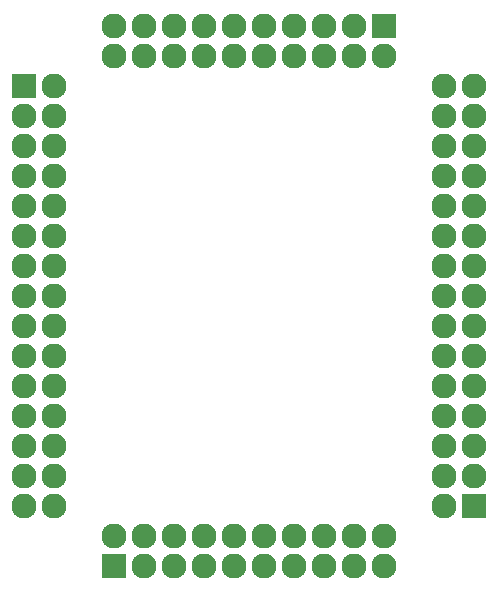
<source format=gbs>
G04 #@! TF.FileFunction,Soldermask,Bot*
%FSLAX46Y46*%
G04 Gerber Fmt 4.6, Leading zero omitted, Abs format (unit mm)*
G04 Created by KiCad (PCBNEW (2015-09-08 BZR 6170, Git 6269158)-product) date 8/14/2016 2:55:12 PM*
%MOMM*%
G01*
G04 APERTURE LIST*
%ADD10C,0.100000*%
%ADD11R,2.127200X2.127200*%
%ADD12O,2.127200X2.127200*%
G04 APERTURE END LIST*
D10*
D11*
X129540000Y-88900000D03*
D12*
X132080000Y-88900000D03*
X129540000Y-91440000D03*
X132080000Y-91440000D03*
X129540000Y-93980000D03*
X132080000Y-93980000D03*
X129540000Y-96520000D03*
X132080000Y-96520000D03*
X129540000Y-99060000D03*
X132080000Y-99060000D03*
X129540000Y-101600000D03*
X132080000Y-101600000D03*
X129540000Y-104140000D03*
X132080000Y-104140000D03*
X129540000Y-106680000D03*
X132080000Y-106680000D03*
X129540000Y-109220000D03*
X132080000Y-109220000D03*
X129540000Y-111760000D03*
X132080000Y-111760000D03*
X129540000Y-114300000D03*
X132080000Y-114300000D03*
X129540000Y-116840000D03*
X132080000Y-116840000D03*
X129540000Y-119380000D03*
X132080000Y-119380000D03*
X129540000Y-121920000D03*
X132080000Y-121920000D03*
X129540000Y-124460000D03*
X132080000Y-124460000D03*
D11*
X137160000Y-129540000D03*
D12*
X137160000Y-127000000D03*
X139700000Y-129540000D03*
X139700000Y-127000000D03*
X142240000Y-129540000D03*
X142240000Y-127000000D03*
X144780000Y-129540000D03*
X144780000Y-127000000D03*
X147320000Y-129540000D03*
X147320000Y-127000000D03*
X149860000Y-129540000D03*
X149860000Y-127000000D03*
X152400000Y-129540000D03*
X152400000Y-127000000D03*
X154940000Y-129540000D03*
X154940000Y-127000000D03*
X157480000Y-129540000D03*
X157480000Y-127000000D03*
X160020000Y-129540000D03*
X160020000Y-127000000D03*
D11*
X167640000Y-124460000D03*
D12*
X165100000Y-124460000D03*
X167640000Y-121920000D03*
X165100000Y-121920000D03*
X167640000Y-119380000D03*
X165100000Y-119380000D03*
X167640000Y-116840000D03*
X165100000Y-116840000D03*
X167640000Y-114300000D03*
X165100000Y-114300000D03*
X167640000Y-111760000D03*
X165100000Y-111760000D03*
X167640000Y-109220000D03*
X165100000Y-109220000D03*
X167640000Y-106680000D03*
X165100000Y-106680000D03*
X167640000Y-104140000D03*
X165100000Y-104140000D03*
X167640000Y-101600000D03*
X165100000Y-101600000D03*
X167640000Y-99060000D03*
X165100000Y-99060000D03*
X167640000Y-96520000D03*
X165100000Y-96520000D03*
X167640000Y-93980000D03*
X165100000Y-93980000D03*
X167640000Y-91440000D03*
X165100000Y-91440000D03*
X167640000Y-88900000D03*
X165100000Y-88900000D03*
D11*
X160020000Y-83820000D03*
D12*
X160020000Y-86360000D03*
X157480000Y-83820000D03*
X157480000Y-86360000D03*
X154940000Y-83820000D03*
X154940000Y-86360000D03*
X152400000Y-83820000D03*
X152400000Y-86360000D03*
X149860000Y-83820000D03*
X149860000Y-86360000D03*
X147320000Y-83820000D03*
X147320000Y-86360000D03*
X144780000Y-83820000D03*
X144780000Y-86360000D03*
X142240000Y-83820000D03*
X142240000Y-86360000D03*
X139700000Y-83820000D03*
X139700000Y-86360000D03*
X137160000Y-83820000D03*
X137160000Y-86360000D03*
M02*

</source>
